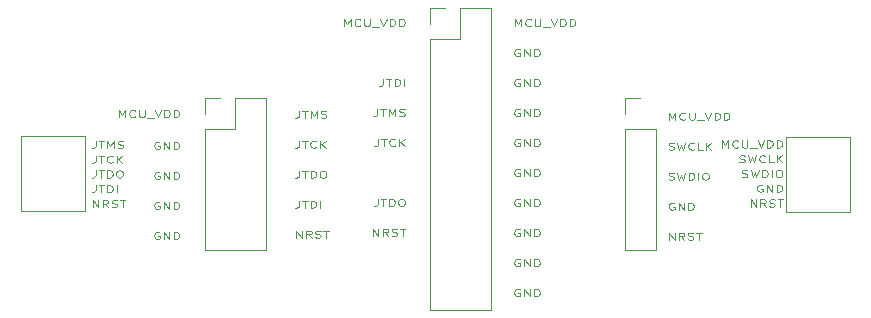
<source format=gbr>
%TF.GenerationSoftware,KiCad,Pcbnew,9.0.1*%
%TF.CreationDate,2025-04-12T19:48:42+08:00*%
%TF.ProjectId,stlink_ex,73746c69-6e6b-45f6-9578-2e6b69636164,rev?*%
%TF.SameCoordinates,Original*%
%TF.FileFunction,Legend,Top*%
%TF.FilePolarity,Positive*%
%FSLAX46Y46*%
G04 Gerber Fmt 4.6, Leading zero omitted, Abs format (unit mm)*
G04 Created by KiCad (PCBNEW 9.0.1) date 2025-04-12 19:48:42*
%MOMM*%
%LPD*%
G01*
G04 APERTURE LIST*
%ADD10C,0.100000*%
%ADD11C,0.120000*%
G04 APERTURE END LIST*
D10*
X154826265Y-110981371D02*
X154826265Y-110381371D01*
X154826265Y-110381371D02*
X155092931Y-110809942D01*
X155092931Y-110809942D02*
X155359598Y-110381371D01*
X155359598Y-110381371D02*
X155359598Y-110981371D01*
X156197694Y-110924228D02*
X156159598Y-110952800D01*
X156159598Y-110952800D02*
X156045313Y-110981371D01*
X156045313Y-110981371D02*
X155969122Y-110981371D01*
X155969122Y-110981371D02*
X155854836Y-110952800D01*
X155854836Y-110952800D02*
X155778646Y-110895657D01*
X155778646Y-110895657D02*
X155740551Y-110838514D01*
X155740551Y-110838514D02*
X155702455Y-110724228D01*
X155702455Y-110724228D02*
X155702455Y-110638514D01*
X155702455Y-110638514D02*
X155740551Y-110524228D01*
X155740551Y-110524228D02*
X155778646Y-110467085D01*
X155778646Y-110467085D02*
X155854836Y-110409942D01*
X155854836Y-110409942D02*
X155969122Y-110381371D01*
X155969122Y-110381371D02*
X156045313Y-110381371D01*
X156045313Y-110381371D02*
X156159598Y-110409942D01*
X156159598Y-110409942D02*
X156197694Y-110438514D01*
X156540551Y-110381371D02*
X156540551Y-110867085D01*
X156540551Y-110867085D02*
X156578646Y-110924228D01*
X156578646Y-110924228D02*
X156616741Y-110952800D01*
X156616741Y-110952800D02*
X156692932Y-110981371D01*
X156692932Y-110981371D02*
X156845313Y-110981371D01*
X156845313Y-110981371D02*
X156921503Y-110952800D01*
X156921503Y-110952800D02*
X156959598Y-110924228D01*
X156959598Y-110924228D02*
X156997694Y-110867085D01*
X156997694Y-110867085D02*
X156997694Y-110381371D01*
X157188170Y-111038514D02*
X157797693Y-111038514D01*
X157873884Y-110381371D02*
X158140551Y-110981371D01*
X158140551Y-110981371D02*
X158407217Y-110381371D01*
X158673884Y-110981371D02*
X158673884Y-110381371D01*
X158673884Y-110381371D02*
X158864360Y-110381371D01*
X158864360Y-110381371D02*
X158978646Y-110409942D01*
X158978646Y-110409942D02*
X159054836Y-110467085D01*
X159054836Y-110467085D02*
X159092931Y-110524228D01*
X159092931Y-110524228D02*
X159131027Y-110638514D01*
X159131027Y-110638514D02*
X159131027Y-110724228D01*
X159131027Y-110724228D02*
X159092931Y-110838514D01*
X159092931Y-110838514D02*
X159054836Y-110895657D01*
X159054836Y-110895657D02*
X158978646Y-110952800D01*
X158978646Y-110952800D02*
X158864360Y-110981371D01*
X158864360Y-110981371D02*
X158673884Y-110981371D01*
X159473884Y-110981371D02*
X159473884Y-110381371D01*
X159473884Y-110381371D02*
X159664360Y-110381371D01*
X159664360Y-110381371D02*
X159778646Y-110409942D01*
X159778646Y-110409942D02*
X159854836Y-110467085D01*
X159854836Y-110467085D02*
X159892931Y-110524228D01*
X159892931Y-110524228D02*
X159931027Y-110638514D01*
X159931027Y-110638514D02*
X159931027Y-110724228D01*
X159931027Y-110724228D02*
X159892931Y-110838514D01*
X159892931Y-110838514D02*
X159854836Y-110895657D01*
X159854836Y-110895657D02*
X159778646Y-110952800D01*
X159778646Y-110952800D02*
X159664360Y-110981371D01*
X159664360Y-110981371D02*
X159473884Y-110981371D01*
X127318170Y-103051371D02*
X127318170Y-102451371D01*
X127318170Y-102451371D02*
X127584836Y-102879942D01*
X127584836Y-102879942D02*
X127851503Y-102451371D01*
X127851503Y-102451371D02*
X127851503Y-103051371D01*
X128689599Y-102994228D02*
X128651503Y-103022800D01*
X128651503Y-103022800D02*
X128537218Y-103051371D01*
X128537218Y-103051371D02*
X128461027Y-103051371D01*
X128461027Y-103051371D02*
X128346741Y-103022800D01*
X128346741Y-103022800D02*
X128270551Y-102965657D01*
X128270551Y-102965657D02*
X128232456Y-102908514D01*
X128232456Y-102908514D02*
X128194360Y-102794228D01*
X128194360Y-102794228D02*
X128194360Y-102708514D01*
X128194360Y-102708514D02*
X128232456Y-102594228D01*
X128232456Y-102594228D02*
X128270551Y-102537085D01*
X128270551Y-102537085D02*
X128346741Y-102479942D01*
X128346741Y-102479942D02*
X128461027Y-102451371D01*
X128461027Y-102451371D02*
X128537218Y-102451371D01*
X128537218Y-102451371D02*
X128651503Y-102479942D01*
X128651503Y-102479942D02*
X128689599Y-102508514D01*
X129032456Y-102451371D02*
X129032456Y-102937085D01*
X129032456Y-102937085D02*
X129070551Y-102994228D01*
X129070551Y-102994228D02*
X129108646Y-103022800D01*
X129108646Y-103022800D02*
X129184837Y-103051371D01*
X129184837Y-103051371D02*
X129337218Y-103051371D01*
X129337218Y-103051371D02*
X129413408Y-103022800D01*
X129413408Y-103022800D02*
X129451503Y-102994228D01*
X129451503Y-102994228D02*
X129489599Y-102937085D01*
X129489599Y-102937085D02*
X129489599Y-102451371D01*
X129680075Y-103108514D02*
X130289598Y-103108514D01*
X130365789Y-102451371D02*
X130632456Y-103051371D01*
X130632456Y-103051371D02*
X130899122Y-102451371D01*
X131165789Y-103051371D02*
X131165789Y-102451371D01*
X131165789Y-102451371D02*
X131356265Y-102451371D01*
X131356265Y-102451371D02*
X131470551Y-102479942D01*
X131470551Y-102479942D02*
X131546741Y-102537085D01*
X131546741Y-102537085D02*
X131584836Y-102594228D01*
X131584836Y-102594228D02*
X131622932Y-102708514D01*
X131622932Y-102708514D02*
X131622932Y-102794228D01*
X131622932Y-102794228D02*
X131584836Y-102908514D01*
X131584836Y-102908514D02*
X131546741Y-102965657D01*
X131546741Y-102965657D02*
X131470551Y-103022800D01*
X131470551Y-103022800D02*
X131356265Y-103051371D01*
X131356265Y-103051371D02*
X131165789Y-103051371D01*
X131965789Y-103051371D02*
X131965789Y-102451371D01*
X131965789Y-102451371D02*
X132156265Y-102451371D01*
X132156265Y-102451371D02*
X132270551Y-102479942D01*
X132270551Y-102479942D02*
X132346741Y-102537085D01*
X132346741Y-102537085D02*
X132384836Y-102594228D01*
X132384836Y-102594228D02*
X132422932Y-102708514D01*
X132422932Y-102708514D02*
X132422932Y-102794228D01*
X132422932Y-102794228D02*
X132384836Y-102908514D01*
X132384836Y-102908514D02*
X132346741Y-102965657D01*
X132346741Y-102965657D02*
X132270551Y-103022800D01*
X132270551Y-103022800D02*
X132156265Y-103051371D01*
X132156265Y-103051371D02*
X131965789Y-103051371D01*
X142175312Y-115189942D02*
X142099122Y-115161371D01*
X142099122Y-115161371D02*
X141984836Y-115161371D01*
X141984836Y-115161371D02*
X141870550Y-115189942D01*
X141870550Y-115189942D02*
X141794360Y-115247085D01*
X141794360Y-115247085D02*
X141756265Y-115304228D01*
X141756265Y-115304228D02*
X141718169Y-115418514D01*
X141718169Y-115418514D02*
X141718169Y-115504228D01*
X141718169Y-115504228D02*
X141756265Y-115618514D01*
X141756265Y-115618514D02*
X141794360Y-115675657D01*
X141794360Y-115675657D02*
X141870550Y-115732800D01*
X141870550Y-115732800D02*
X141984836Y-115761371D01*
X141984836Y-115761371D02*
X142061027Y-115761371D01*
X142061027Y-115761371D02*
X142175312Y-115732800D01*
X142175312Y-115732800D02*
X142213408Y-115704228D01*
X142213408Y-115704228D02*
X142213408Y-115504228D01*
X142213408Y-115504228D02*
X142061027Y-115504228D01*
X142556265Y-115761371D02*
X142556265Y-115161371D01*
X142556265Y-115161371D02*
X143013408Y-115761371D01*
X143013408Y-115761371D02*
X143013408Y-115161371D01*
X143394360Y-115761371D02*
X143394360Y-115161371D01*
X143394360Y-115161371D02*
X143584836Y-115161371D01*
X143584836Y-115161371D02*
X143699122Y-115189942D01*
X143699122Y-115189942D02*
X143775312Y-115247085D01*
X143775312Y-115247085D02*
X143813407Y-115304228D01*
X143813407Y-115304228D02*
X143851503Y-115418514D01*
X143851503Y-115418514D02*
X143851503Y-115504228D01*
X143851503Y-115504228D02*
X143813407Y-115618514D01*
X143813407Y-115618514D02*
X143775312Y-115675657D01*
X143775312Y-115675657D02*
X143699122Y-115732800D01*
X143699122Y-115732800D02*
X143584836Y-115761371D01*
X143584836Y-115761371D02*
X143394360Y-115761371D01*
X130099121Y-110051371D02*
X130099121Y-110479942D01*
X130099121Y-110479942D02*
X130061026Y-110565657D01*
X130061026Y-110565657D02*
X129984835Y-110622800D01*
X129984835Y-110622800D02*
X129870550Y-110651371D01*
X129870550Y-110651371D02*
X129794359Y-110651371D01*
X130365788Y-110051371D02*
X130822931Y-110051371D01*
X130594359Y-110651371D02*
X130594359Y-110051371D01*
X131089598Y-110651371D02*
X131089598Y-110051371D01*
X131089598Y-110051371D02*
X131356264Y-110479942D01*
X131356264Y-110479942D02*
X131622931Y-110051371D01*
X131622931Y-110051371D02*
X131622931Y-110651371D01*
X131965788Y-110622800D02*
X132080074Y-110651371D01*
X132080074Y-110651371D02*
X132270550Y-110651371D01*
X132270550Y-110651371D02*
X132346741Y-110622800D01*
X132346741Y-110622800D02*
X132384836Y-110594228D01*
X132384836Y-110594228D02*
X132422931Y-110537085D01*
X132422931Y-110537085D02*
X132422931Y-110479942D01*
X132422931Y-110479942D02*
X132384836Y-110422800D01*
X132384836Y-110422800D02*
X132346741Y-110394228D01*
X132346741Y-110394228D02*
X132270550Y-110365657D01*
X132270550Y-110365657D02*
X132118169Y-110337085D01*
X132118169Y-110337085D02*
X132041979Y-110308514D01*
X132041979Y-110308514D02*
X132003884Y-110279942D01*
X132003884Y-110279942D02*
X131965788Y-110222800D01*
X131965788Y-110222800D02*
X131965788Y-110165657D01*
X131965788Y-110165657D02*
X132003884Y-110108514D01*
X132003884Y-110108514D02*
X132041979Y-110079942D01*
X132041979Y-110079942D02*
X132118169Y-110051371D01*
X132118169Y-110051371D02*
X132308646Y-110051371D01*
X132308646Y-110051371D02*
X132422931Y-110079942D01*
X142175312Y-112649942D02*
X142099122Y-112621371D01*
X142099122Y-112621371D02*
X141984836Y-112621371D01*
X141984836Y-112621371D02*
X141870550Y-112649942D01*
X141870550Y-112649942D02*
X141794360Y-112707085D01*
X141794360Y-112707085D02*
X141756265Y-112764228D01*
X141756265Y-112764228D02*
X141718169Y-112878514D01*
X141718169Y-112878514D02*
X141718169Y-112964228D01*
X141718169Y-112964228D02*
X141756265Y-113078514D01*
X141756265Y-113078514D02*
X141794360Y-113135657D01*
X141794360Y-113135657D02*
X141870550Y-113192800D01*
X141870550Y-113192800D02*
X141984836Y-113221371D01*
X141984836Y-113221371D02*
X142061027Y-113221371D01*
X142061027Y-113221371D02*
X142175312Y-113192800D01*
X142175312Y-113192800D02*
X142213408Y-113164228D01*
X142213408Y-113164228D02*
X142213408Y-112964228D01*
X142213408Y-112964228D02*
X142061027Y-112964228D01*
X142556265Y-113221371D02*
X142556265Y-112621371D01*
X142556265Y-112621371D02*
X143013408Y-113221371D01*
X143013408Y-113221371D02*
X143013408Y-112621371D01*
X143394360Y-113221371D02*
X143394360Y-112621371D01*
X143394360Y-112621371D02*
X143584836Y-112621371D01*
X143584836Y-112621371D02*
X143699122Y-112649942D01*
X143699122Y-112649942D02*
X143775312Y-112707085D01*
X143775312Y-112707085D02*
X143813407Y-112764228D01*
X143813407Y-112764228D02*
X143851503Y-112878514D01*
X143851503Y-112878514D02*
X143851503Y-112964228D01*
X143851503Y-112964228D02*
X143813407Y-113078514D01*
X143813407Y-113078514D02*
X143775312Y-113135657D01*
X143775312Y-113135657D02*
X143699122Y-113192800D01*
X143699122Y-113192800D02*
X143584836Y-113221371D01*
X143584836Y-113221371D02*
X143394360Y-113221371D01*
X154788169Y-116032800D02*
X154902455Y-116061371D01*
X154902455Y-116061371D02*
X155092931Y-116061371D01*
X155092931Y-116061371D02*
X155169122Y-116032800D01*
X155169122Y-116032800D02*
X155207217Y-116004228D01*
X155207217Y-116004228D02*
X155245312Y-115947085D01*
X155245312Y-115947085D02*
X155245312Y-115889942D01*
X155245312Y-115889942D02*
X155207217Y-115832800D01*
X155207217Y-115832800D02*
X155169122Y-115804228D01*
X155169122Y-115804228D02*
X155092931Y-115775657D01*
X155092931Y-115775657D02*
X154940550Y-115747085D01*
X154940550Y-115747085D02*
X154864360Y-115718514D01*
X154864360Y-115718514D02*
X154826265Y-115689942D01*
X154826265Y-115689942D02*
X154788169Y-115632800D01*
X154788169Y-115632800D02*
X154788169Y-115575657D01*
X154788169Y-115575657D02*
X154826265Y-115518514D01*
X154826265Y-115518514D02*
X154864360Y-115489942D01*
X154864360Y-115489942D02*
X154940550Y-115461371D01*
X154940550Y-115461371D02*
X155131027Y-115461371D01*
X155131027Y-115461371D02*
X155245312Y-115489942D01*
X155511979Y-115461371D02*
X155702455Y-116061371D01*
X155702455Y-116061371D02*
X155854836Y-115632800D01*
X155854836Y-115632800D02*
X156007217Y-116061371D01*
X156007217Y-116061371D02*
X156197694Y-115461371D01*
X156502456Y-116061371D02*
X156502456Y-115461371D01*
X156502456Y-115461371D02*
X156692932Y-115461371D01*
X156692932Y-115461371D02*
X156807218Y-115489942D01*
X156807218Y-115489942D02*
X156883408Y-115547085D01*
X156883408Y-115547085D02*
X156921503Y-115604228D01*
X156921503Y-115604228D02*
X156959599Y-115718514D01*
X156959599Y-115718514D02*
X156959599Y-115804228D01*
X156959599Y-115804228D02*
X156921503Y-115918514D01*
X156921503Y-115918514D02*
X156883408Y-115975657D01*
X156883408Y-115975657D02*
X156807218Y-116032800D01*
X156807218Y-116032800D02*
X156692932Y-116061371D01*
X156692932Y-116061371D02*
X156502456Y-116061371D01*
X157302456Y-116061371D02*
X157302456Y-115461371D01*
X157835789Y-115461371D02*
X157988170Y-115461371D01*
X157988170Y-115461371D02*
X158064360Y-115489942D01*
X158064360Y-115489942D02*
X158140551Y-115547085D01*
X158140551Y-115547085D02*
X158178646Y-115661371D01*
X158178646Y-115661371D02*
X158178646Y-115861371D01*
X158178646Y-115861371D02*
X158140551Y-115975657D01*
X158140551Y-115975657D02*
X158064360Y-116032800D01*
X158064360Y-116032800D02*
X157988170Y-116061371D01*
X157988170Y-116061371D02*
X157835789Y-116061371D01*
X157835789Y-116061371D02*
X157759598Y-116032800D01*
X157759598Y-116032800D02*
X157683408Y-115975657D01*
X157683408Y-115975657D02*
X157645312Y-115861371D01*
X157645312Y-115861371D02*
X157645312Y-115661371D01*
X157645312Y-115661371D02*
X157683408Y-115547085D01*
X157683408Y-115547085D02*
X157759598Y-115489942D01*
X157759598Y-115489942D02*
X157835789Y-115461371D01*
X111675312Y-117959942D02*
X111599122Y-117931371D01*
X111599122Y-117931371D02*
X111484836Y-117931371D01*
X111484836Y-117931371D02*
X111370550Y-117959942D01*
X111370550Y-117959942D02*
X111294360Y-118017085D01*
X111294360Y-118017085D02*
X111256265Y-118074228D01*
X111256265Y-118074228D02*
X111218169Y-118188514D01*
X111218169Y-118188514D02*
X111218169Y-118274228D01*
X111218169Y-118274228D02*
X111256265Y-118388514D01*
X111256265Y-118388514D02*
X111294360Y-118445657D01*
X111294360Y-118445657D02*
X111370550Y-118502800D01*
X111370550Y-118502800D02*
X111484836Y-118531371D01*
X111484836Y-118531371D02*
X111561027Y-118531371D01*
X111561027Y-118531371D02*
X111675312Y-118502800D01*
X111675312Y-118502800D02*
X111713408Y-118474228D01*
X111713408Y-118474228D02*
X111713408Y-118274228D01*
X111713408Y-118274228D02*
X111561027Y-118274228D01*
X112056265Y-118531371D02*
X112056265Y-117931371D01*
X112056265Y-117931371D02*
X112513408Y-118531371D01*
X112513408Y-118531371D02*
X112513408Y-117931371D01*
X112894360Y-118531371D02*
X112894360Y-117931371D01*
X112894360Y-117931371D02*
X113084836Y-117931371D01*
X113084836Y-117931371D02*
X113199122Y-117959942D01*
X113199122Y-117959942D02*
X113275312Y-118017085D01*
X113275312Y-118017085D02*
X113313407Y-118074228D01*
X113313407Y-118074228D02*
X113351503Y-118188514D01*
X113351503Y-118188514D02*
X113351503Y-118274228D01*
X113351503Y-118274228D02*
X113313407Y-118388514D01*
X113313407Y-118388514D02*
X113275312Y-118445657D01*
X113275312Y-118445657D02*
X113199122Y-118502800D01*
X113199122Y-118502800D02*
X113084836Y-118531371D01*
X113084836Y-118531371D02*
X112894360Y-118531371D01*
X154826265Y-121141371D02*
X154826265Y-120541371D01*
X154826265Y-120541371D02*
X155283408Y-121141371D01*
X155283408Y-121141371D02*
X155283408Y-120541371D01*
X156121503Y-121141371D02*
X155854836Y-120855657D01*
X155664360Y-121141371D02*
X155664360Y-120541371D01*
X155664360Y-120541371D02*
X155969122Y-120541371D01*
X155969122Y-120541371D02*
X156045312Y-120569942D01*
X156045312Y-120569942D02*
X156083407Y-120598514D01*
X156083407Y-120598514D02*
X156121503Y-120655657D01*
X156121503Y-120655657D02*
X156121503Y-120741371D01*
X156121503Y-120741371D02*
X156083407Y-120798514D01*
X156083407Y-120798514D02*
X156045312Y-120827085D01*
X156045312Y-120827085D02*
X155969122Y-120855657D01*
X155969122Y-120855657D02*
X155664360Y-120855657D01*
X156426264Y-121112800D02*
X156540550Y-121141371D01*
X156540550Y-121141371D02*
X156731026Y-121141371D01*
X156731026Y-121141371D02*
X156807217Y-121112800D01*
X156807217Y-121112800D02*
X156845312Y-121084228D01*
X156845312Y-121084228D02*
X156883407Y-121027085D01*
X156883407Y-121027085D02*
X156883407Y-120969942D01*
X156883407Y-120969942D02*
X156845312Y-120912800D01*
X156845312Y-120912800D02*
X156807217Y-120884228D01*
X156807217Y-120884228D02*
X156731026Y-120855657D01*
X156731026Y-120855657D02*
X156578645Y-120827085D01*
X156578645Y-120827085D02*
X156502455Y-120798514D01*
X156502455Y-120798514D02*
X156464360Y-120769942D01*
X156464360Y-120769942D02*
X156426264Y-120712800D01*
X156426264Y-120712800D02*
X156426264Y-120655657D01*
X156426264Y-120655657D02*
X156464360Y-120598514D01*
X156464360Y-120598514D02*
X156502455Y-120569942D01*
X156502455Y-120569942D02*
X156578645Y-120541371D01*
X156578645Y-120541371D02*
X156769122Y-120541371D01*
X156769122Y-120541371D02*
X156883407Y-120569942D01*
X157111979Y-120541371D02*
X157569122Y-120541371D01*
X157340550Y-121141371D02*
X157340550Y-120541371D01*
X129756265Y-120811371D02*
X129756265Y-120211371D01*
X129756265Y-120211371D02*
X130213408Y-120811371D01*
X130213408Y-120811371D02*
X130213408Y-120211371D01*
X131051503Y-120811371D02*
X130784836Y-120525657D01*
X130594360Y-120811371D02*
X130594360Y-120211371D01*
X130594360Y-120211371D02*
X130899122Y-120211371D01*
X130899122Y-120211371D02*
X130975312Y-120239942D01*
X130975312Y-120239942D02*
X131013407Y-120268514D01*
X131013407Y-120268514D02*
X131051503Y-120325657D01*
X131051503Y-120325657D02*
X131051503Y-120411371D01*
X131051503Y-120411371D02*
X131013407Y-120468514D01*
X131013407Y-120468514D02*
X130975312Y-120497085D01*
X130975312Y-120497085D02*
X130899122Y-120525657D01*
X130899122Y-120525657D02*
X130594360Y-120525657D01*
X131356264Y-120782800D02*
X131470550Y-120811371D01*
X131470550Y-120811371D02*
X131661026Y-120811371D01*
X131661026Y-120811371D02*
X131737217Y-120782800D01*
X131737217Y-120782800D02*
X131775312Y-120754228D01*
X131775312Y-120754228D02*
X131813407Y-120697085D01*
X131813407Y-120697085D02*
X131813407Y-120639942D01*
X131813407Y-120639942D02*
X131775312Y-120582800D01*
X131775312Y-120582800D02*
X131737217Y-120554228D01*
X131737217Y-120554228D02*
X131661026Y-120525657D01*
X131661026Y-120525657D02*
X131508645Y-120497085D01*
X131508645Y-120497085D02*
X131432455Y-120468514D01*
X131432455Y-120468514D02*
X131394360Y-120439942D01*
X131394360Y-120439942D02*
X131356264Y-120382800D01*
X131356264Y-120382800D02*
X131356264Y-120325657D01*
X131356264Y-120325657D02*
X131394360Y-120268514D01*
X131394360Y-120268514D02*
X131432455Y-120239942D01*
X131432455Y-120239942D02*
X131508645Y-120211371D01*
X131508645Y-120211371D02*
X131699122Y-120211371D01*
X131699122Y-120211371D02*
X131813407Y-120239942D01*
X132041979Y-120211371D02*
X132499122Y-120211371D01*
X132270550Y-120811371D02*
X132270550Y-120211371D01*
X162711027Y-116509942D02*
X162634837Y-116481371D01*
X162634837Y-116481371D02*
X162520551Y-116481371D01*
X162520551Y-116481371D02*
X162406265Y-116509942D01*
X162406265Y-116509942D02*
X162330075Y-116567085D01*
X162330075Y-116567085D02*
X162291980Y-116624228D01*
X162291980Y-116624228D02*
X162253884Y-116738514D01*
X162253884Y-116738514D02*
X162253884Y-116824228D01*
X162253884Y-116824228D02*
X162291980Y-116938514D01*
X162291980Y-116938514D02*
X162330075Y-116995657D01*
X162330075Y-116995657D02*
X162406265Y-117052800D01*
X162406265Y-117052800D02*
X162520551Y-117081371D01*
X162520551Y-117081371D02*
X162596742Y-117081371D01*
X162596742Y-117081371D02*
X162711027Y-117052800D01*
X162711027Y-117052800D02*
X162749123Y-117024228D01*
X162749123Y-117024228D02*
X162749123Y-116824228D01*
X162749123Y-116824228D02*
X162596742Y-116824228D01*
X163091980Y-117081371D02*
X163091980Y-116481371D01*
X163091980Y-116481371D02*
X163549123Y-117081371D01*
X163549123Y-117081371D02*
X163549123Y-116481371D01*
X163930075Y-117081371D02*
X163930075Y-116481371D01*
X163930075Y-116481371D02*
X164120551Y-116481371D01*
X164120551Y-116481371D02*
X164234837Y-116509942D01*
X164234837Y-116509942D02*
X164311027Y-116567085D01*
X164311027Y-116567085D02*
X164349122Y-116624228D01*
X164349122Y-116624228D02*
X164387218Y-116738514D01*
X164387218Y-116738514D02*
X164387218Y-116824228D01*
X164387218Y-116824228D02*
X164349122Y-116938514D01*
X164349122Y-116938514D02*
X164311027Y-116995657D01*
X164311027Y-116995657D02*
X164234837Y-117052800D01*
X164234837Y-117052800D02*
X164120551Y-117081371D01*
X164120551Y-117081371D02*
X163930075Y-117081371D01*
X159282456Y-113331371D02*
X159282456Y-112731371D01*
X159282456Y-112731371D02*
X159549122Y-113159942D01*
X159549122Y-113159942D02*
X159815789Y-112731371D01*
X159815789Y-112731371D02*
X159815789Y-113331371D01*
X160653885Y-113274228D02*
X160615789Y-113302800D01*
X160615789Y-113302800D02*
X160501504Y-113331371D01*
X160501504Y-113331371D02*
X160425313Y-113331371D01*
X160425313Y-113331371D02*
X160311027Y-113302800D01*
X160311027Y-113302800D02*
X160234837Y-113245657D01*
X160234837Y-113245657D02*
X160196742Y-113188514D01*
X160196742Y-113188514D02*
X160158646Y-113074228D01*
X160158646Y-113074228D02*
X160158646Y-112988514D01*
X160158646Y-112988514D02*
X160196742Y-112874228D01*
X160196742Y-112874228D02*
X160234837Y-112817085D01*
X160234837Y-112817085D02*
X160311027Y-112759942D01*
X160311027Y-112759942D02*
X160425313Y-112731371D01*
X160425313Y-112731371D02*
X160501504Y-112731371D01*
X160501504Y-112731371D02*
X160615789Y-112759942D01*
X160615789Y-112759942D02*
X160653885Y-112788514D01*
X160996742Y-112731371D02*
X160996742Y-113217085D01*
X160996742Y-113217085D02*
X161034837Y-113274228D01*
X161034837Y-113274228D02*
X161072932Y-113302800D01*
X161072932Y-113302800D02*
X161149123Y-113331371D01*
X161149123Y-113331371D02*
X161301504Y-113331371D01*
X161301504Y-113331371D02*
X161377694Y-113302800D01*
X161377694Y-113302800D02*
X161415789Y-113274228D01*
X161415789Y-113274228D02*
X161453885Y-113217085D01*
X161453885Y-113217085D02*
X161453885Y-112731371D01*
X161644361Y-113388514D02*
X162253884Y-113388514D01*
X162330075Y-112731371D02*
X162596742Y-113331371D01*
X162596742Y-113331371D02*
X162863408Y-112731371D01*
X163130075Y-113331371D02*
X163130075Y-112731371D01*
X163130075Y-112731371D02*
X163320551Y-112731371D01*
X163320551Y-112731371D02*
X163434837Y-112759942D01*
X163434837Y-112759942D02*
X163511027Y-112817085D01*
X163511027Y-112817085D02*
X163549122Y-112874228D01*
X163549122Y-112874228D02*
X163587218Y-112988514D01*
X163587218Y-112988514D02*
X163587218Y-113074228D01*
X163587218Y-113074228D02*
X163549122Y-113188514D01*
X163549122Y-113188514D02*
X163511027Y-113245657D01*
X163511027Y-113245657D02*
X163434837Y-113302800D01*
X163434837Y-113302800D02*
X163320551Y-113331371D01*
X163320551Y-113331371D02*
X163130075Y-113331371D01*
X163930075Y-113331371D02*
X163930075Y-112731371D01*
X163930075Y-112731371D02*
X164120551Y-112731371D01*
X164120551Y-112731371D02*
X164234837Y-112759942D01*
X164234837Y-112759942D02*
X164311027Y-112817085D01*
X164311027Y-112817085D02*
X164349122Y-112874228D01*
X164349122Y-112874228D02*
X164387218Y-112988514D01*
X164387218Y-112988514D02*
X164387218Y-113074228D01*
X164387218Y-113074228D02*
X164349122Y-113188514D01*
X164349122Y-113188514D02*
X164311027Y-113245657D01*
X164311027Y-113245657D02*
X164234837Y-113302800D01*
X164234837Y-113302800D02*
X164120551Y-113331371D01*
X164120551Y-113331371D02*
X163930075Y-113331371D01*
X106264836Y-112771371D02*
X106264836Y-113199942D01*
X106264836Y-113199942D02*
X106226741Y-113285657D01*
X106226741Y-113285657D02*
X106150550Y-113342800D01*
X106150550Y-113342800D02*
X106036265Y-113371371D01*
X106036265Y-113371371D02*
X105960074Y-113371371D01*
X106531503Y-112771371D02*
X106988646Y-112771371D01*
X106760074Y-113371371D02*
X106760074Y-112771371D01*
X107255313Y-113371371D02*
X107255313Y-112771371D01*
X107255313Y-112771371D02*
X107521979Y-113199942D01*
X107521979Y-113199942D02*
X107788646Y-112771371D01*
X107788646Y-112771371D02*
X107788646Y-113371371D01*
X108131503Y-113342800D02*
X108245789Y-113371371D01*
X108245789Y-113371371D02*
X108436265Y-113371371D01*
X108436265Y-113371371D02*
X108512456Y-113342800D01*
X108512456Y-113342800D02*
X108550551Y-113314228D01*
X108550551Y-113314228D02*
X108588646Y-113257085D01*
X108588646Y-113257085D02*
X108588646Y-113199942D01*
X108588646Y-113199942D02*
X108550551Y-113142800D01*
X108550551Y-113142800D02*
X108512456Y-113114228D01*
X108512456Y-113114228D02*
X108436265Y-113085657D01*
X108436265Y-113085657D02*
X108283884Y-113057085D01*
X108283884Y-113057085D02*
X108207694Y-113028514D01*
X108207694Y-113028514D02*
X108169599Y-112999942D01*
X108169599Y-112999942D02*
X108131503Y-112942800D01*
X108131503Y-112942800D02*
X108131503Y-112885657D01*
X108131503Y-112885657D02*
X108169599Y-112828514D01*
X108169599Y-112828514D02*
X108207694Y-112799942D01*
X108207694Y-112799942D02*
X108283884Y-112771371D01*
X108283884Y-112771371D02*
X108474361Y-112771371D01*
X108474361Y-112771371D02*
X108588646Y-112799942D01*
X111675312Y-112879942D02*
X111599122Y-112851371D01*
X111599122Y-112851371D02*
X111484836Y-112851371D01*
X111484836Y-112851371D02*
X111370550Y-112879942D01*
X111370550Y-112879942D02*
X111294360Y-112937085D01*
X111294360Y-112937085D02*
X111256265Y-112994228D01*
X111256265Y-112994228D02*
X111218169Y-113108514D01*
X111218169Y-113108514D02*
X111218169Y-113194228D01*
X111218169Y-113194228D02*
X111256265Y-113308514D01*
X111256265Y-113308514D02*
X111294360Y-113365657D01*
X111294360Y-113365657D02*
X111370550Y-113422800D01*
X111370550Y-113422800D02*
X111484836Y-113451371D01*
X111484836Y-113451371D02*
X111561027Y-113451371D01*
X111561027Y-113451371D02*
X111675312Y-113422800D01*
X111675312Y-113422800D02*
X111713408Y-113394228D01*
X111713408Y-113394228D02*
X111713408Y-113194228D01*
X111713408Y-113194228D02*
X111561027Y-113194228D01*
X112056265Y-113451371D02*
X112056265Y-112851371D01*
X112056265Y-112851371D02*
X112513408Y-113451371D01*
X112513408Y-113451371D02*
X112513408Y-112851371D01*
X112894360Y-113451371D02*
X112894360Y-112851371D01*
X112894360Y-112851371D02*
X113084836Y-112851371D01*
X113084836Y-112851371D02*
X113199122Y-112879942D01*
X113199122Y-112879942D02*
X113275312Y-112937085D01*
X113275312Y-112937085D02*
X113313407Y-112994228D01*
X113313407Y-112994228D02*
X113351503Y-113108514D01*
X113351503Y-113108514D02*
X113351503Y-113194228D01*
X113351503Y-113194228D02*
X113313407Y-113308514D01*
X113313407Y-113308514D02*
X113275312Y-113365657D01*
X113275312Y-113365657D02*
X113199122Y-113422800D01*
X113199122Y-113422800D02*
X113084836Y-113451371D01*
X113084836Y-113451371D02*
X112894360Y-113451371D01*
X130137217Y-117671371D02*
X130137217Y-118099942D01*
X130137217Y-118099942D02*
X130099122Y-118185657D01*
X130099122Y-118185657D02*
X130022931Y-118242800D01*
X130022931Y-118242800D02*
X129908646Y-118271371D01*
X129908646Y-118271371D02*
X129832455Y-118271371D01*
X130403884Y-117671371D02*
X130861027Y-117671371D01*
X130632455Y-118271371D02*
X130632455Y-117671371D01*
X131127694Y-118271371D02*
X131127694Y-117671371D01*
X131127694Y-117671371D02*
X131318170Y-117671371D01*
X131318170Y-117671371D02*
X131432456Y-117699942D01*
X131432456Y-117699942D02*
X131508646Y-117757085D01*
X131508646Y-117757085D02*
X131546741Y-117814228D01*
X131546741Y-117814228D02*
X131584837Y-117928514D01*
X131584837Y-117928514D02*
X131584837Y-118014228D01*
X131584837Y-118014228D02*
X131546741Y-118128514D01*
X131546741Y-118128514D02*
X131508646Y-118185657D01*
X131508646Y-118185657D02*
X131432456Y-118242800D01*
X131432456Y-118242800D02*
X131318170Y-118271371D01*
X131318170Y-118271371D02*
X131127694Y-118271371D01*
X132080075Y-117671371D02*
X132232456Y-117671371D01*
X132232456Y-117671371D02*
X132308646Y-117699942D01*
X132308646Y-117699942D02*
X132384837Y-117757085D01*
X132384837Y-117757085D02*
X132422932Y-117871371D01*
X132422932Y-117871371D02*
X132422932Y-118071371D01*
X132422932Y-118071371D02*
X132384837Y-118185657D01*
X132384837Y-118185657D02*
X132308646Y-118242800D01*
X132308646Y-118242800D02*
X132232456Y-118271371D01*
X132232456Y-118271371D02*
X132080075Y-118271371D01*
X132080075Y-118271371D02*
X132003884Y-118242800D01*
X132003884Y-118242800D02*
X131927694Y-118185657D01*
X131927694Y-118185657D02*
X131889598Y-118071371D01*
X131889598Y-118071371D02*
X131889598Y-117871371D01*
X131889598Y-117871371D02*
X131927694Y-117757085D01*
X131927694Y-117757085D02*
X132003884Y-117699942D01*
X132003884Y-117699942D02*
X132080075Y-117671371D01*
X106036265Y-118371371D02*
X106036265Y-117771371D01*
X106036265Y-117771371D02*
X106493408Y-118371371D01*
X106493408Y-118371371D02*
X106493408Y-117771371D01*
X107331503Y-118371371D02*
X107064836Y-118085657D01*
X106874360Y-118371371D02*
X106874360Y-117771371D01*
X106874360Y-117771371D02*
X107179122Y-117771371D01*
X107179122Y-117771371D02*
X107255312Y-117799942D01*
X107255312Y-117799942D02*
X107293407Y-117828514D01*
X107293407Y-117828514D02*
X107331503Y-117885657D01*
X107331503Y-117885657D02*
X107331503Y-117971371D01*
X107331503Y-117971371D02*
X107293407Y-118028514D01*
X107293407Y-118028514D02*
X107255312Y-118057085D01*
X107255312Y-118057085D02*
X107179122Y-118085657D01*
X107179122Y-118085657D02*
X106874360Y-118085657D01*
X107636264Y-118342800D02*
X107750550Y-118371371D01*
X107750550Y-118371371D02*
X107941026Y-118371371D01*
X107941026Y-118371371D02*
X108017217Y-118342800D01*
X108017217Y-118342800D02*
X108055312Y-118314228D01*
X108055312Y-118314228D02*
X108093407Y-118257085D01*
X108093407Y-118257085D02*
X108093407Y-118199942D01*
X108093407Y-118199942D02*
X108055312Y-118142800D01*
X108055312Y-118142800D02*
X108017217Y-118114228D01*
X108017217Y-118114228D02*
X107941026Y-118085657D01*
X107941026Y-118085657D02*
X107788645Y-118057085D01*
X107788645Y-118057085D02*
X107712455Y-118028514D01*
X107712455Y-118028514D02*
X107674360Y-117999942D01*
X107674360Y-117999942D02*
X107636264Y-117942800D01*
X107636264Y-117942800D02*
X107636264Y-117885657D01*
X107636264Y-117885657D02*
X107674360Y-117828514D01*
X107674360Y-117828514D02*
X107712455Y-117799942D01*
X107712455Y-117799942D02*
X107788645Y-117771371D01*
X107788645Y-117771371D02*
X107979122Y-117771371D01*
X107979122Y-117771371D02*
X108093407Y-117799942D01*
X108321979Y-117771371D02*
X108779122Y-117771371D01*
X108550550Y-118371371D02*
X108550550Y-117771371D01*
X111675312Y-120499942D02*
X111599122Y-120471371D01*
X111599122Y-120471371D02*
X111484836Y-120471371D01*
X111484836Y-120471371D02*
X111370550Y-120499942D01*
X111370550Y-120499942D02*
X111294360Y-120557085D01*
X111294360Y-120557085D02*
X111256265Y-120614228D01*
X111256265Y-120614228D02*
X111218169Y-120728514D01*
X111218169Y-120728514D02*
X111218169Y-120814228D01*
X111218169Y-120814228D02*
X111256265Y-120928514D01*
X111256265Y-120928514D02*
X111294360Y-120985657D01*
X111294360Y-120985657D02*
X111370550Y-121042800D01*
X111370550Y-121042800D02*
X111484836Y-121071371D01*
X111484836Y-121071371D02*
X111561027Y-121071371D01*
X111561027Y-121071371D02*
X111675312Y-121042800D01*
X111675312Y-121042800D02*
X111713408Y-121014228D01*
X111713408Y-121014228D02*
X111713408Y-120814228D01*
X111713408Y-120814228D02*
X111561027Y-120814228D01*
X112056265Y-121071371D02*
X112056265Y-120471371D01*
X112056265Y-120471371D02*
X112513408Y-121071371D01*
X112513408Y-121071371D02*
X112513408Y-120471371D01*
X112894360Y-121071371D02*
X112894360Y-120471371D01*
X112894360Y-120471371D02*
X113084836Y-120471371D01*
X113084836Y-120471371D02*
X113199122Y-120499942D01*
X113199122Y-120499942D02*
X113275312Y-120557085D01*
X113275312Y-120557085D02*
X113313407Y-120614228D01*
X113313407Y-120614228D02*
X113351503Y-120728514D01*
X113351503Y-120728514D02*
X113351503Y-120814228D01*
X113351503Y-120814228D02*
X113313407Y-120928514D01*
X113313407Y-120928514D02*
X113275312Y-120985657D01*
X113275312Y-120985657D02*
X113199122Y-121042800D01*
X113199122Y-121042800D02*
X113084836Y-121071371D01*
X113084836Y-121071371D02*
X112894360Y-121071371D01*
X123484836Y-112751371D02*
X123484836Y-113179942D01*
X123484836Y-113179942D02*
X123446741Y-113265657D01*
X123446741Y-113265657D02*
X123370550Y-113322800D01*
X123370550Y-113322800D02*
X123256265Y-113351371D01*
X123256265Y-113351371D02*
X123180074Y-113351371D01*
X123751503Y-112751371D02*
X124208646Y-112751371D01*
X123980074Y-113351371D02*
X123980074Y-112751371D01*
X124932456Y-113294228D02*
X124894360Y-113322800D01*
X124894360Y-113322800D02*
X124780075Y-113351371D01*
X124780075Y-113351371D02*
X124703884Y-113351371D01*
X124703884Y-113351371D02*
X124589598Y-113322800D01*
X124589598Y-113322800D02*
X124513408Y-113265657D01*
X124513408Y-113265657D02*
X124475313Y-113208514D01*
X124475313Y-113208514D02*
X124437217Y-113094228D01*
X124437217Y-113094228D02*
X124437217Y-113008514D01*
X124437217Y-113008514D02*
X124475313Y-112894228D01*
X124475313Y-112894228D02*
X124513408Y-112837085D01*
X124513408Y-112837085D02*
X124589598Y-112779942D01*
X124589598Y-112779942D02*
X124703884Y-112751371D01*
X124703884Y-112751371D02*
X124780075Y-112751371D01*
X124780075Y-112751371D02*
X124894360Y-112779942D01*
X124894360Y-112779942D02*
X124932456Y-112808514D01*
X125275313Y-113351371D02*
X125275313Y-112751371D01*
X125732456Y-113351371D02*
X125389598Y-113008514D01*
X125732456Y-112751371D02*
X125275313Y-113094228D01*
X123484836Y-115291371D02*
X123484836Y-115719942D01*
X123484836Y-115719942D02*
X123446741Y-115805657D01*
X123446741Y-115805657D02*
X123370550Y-115862800D01*
X123370550Y-115862800D02*
X123256265Y-115891371D01*
X123256265Y-115891371D02*
X123180074Y-115891371D01*
X123751503Y-115291371D02*
X124208646Y-115291371D01*
X123980074Y-115891371D02*
X123980074Y-115291371D01*
X124475313Y-115891371D02*
X124475313Y-115291371D01*
X124475313Y-115291371D02*
X124665789Y-115291371D01*
X124665789Y-115291371D02*
X124780075Y-115319942D01*
X124780075Y-115319942D02*
X124856265Y-115377085D01*
X124856265Y-115377085D02*
X124894360Y-115434228D01*
X124894360Y-115434228D02*
X124932456Y-115548514D01*
X124932456Y-115548514D02*
X124932456Y-115634228D01*
X124932456Y-115634228D02*
X124894360Y-115748514D01*
X124894360Y-115748514D02*
X124856265Y-115805657D01*
X124856265Y-115805657D02*
X124780075Y-115862800D01*
X124780075Y-115862800D02*
X124665789Y-115891371D01*
X124665789Y-115891371D02*
X124475313Y-115891371D01*
X125427694Y-115291371D02*
X125580075Y-115291371D01*
X125580075Y-115291371D02*
X125656265Y-115319942D01*
X125656265Y-115319942D02*
X125732456Y-115377085D01*
X125732456Y-115377085D02*
X125770551Y-115491371D01*
X125770551Y-115491371D02*
X125770551Y-115691371D01*
X125770551Y-115691371D02*
X125732456Y-115805657D01*
X125732456Y-115805657D02*
X125656265Y-115862800D01*
X125656265Y-115862800D02*
X125580075Y-115891371D01*
X125580075Y-115891371D02*
X125427694Y-115891371D01*
X125427694Y-115891371D02*
X125351503Y-115862800D01*
X125351503Y-115862800D02*
X125275313Y-115805657D01*
X125275313Y-115805657D02*
X125237217Y-115691371D01*
X125237217Y-115691371D02*
X125237217Y-115491371D01*
X125237217Y-115491371D02*
X125275313Y-115377085D01*
X125275313Y-115377085D02*
X125351503Y-115319942D01*
X125351503Y-115319942D02*
X125427694Y-115291371D01*
X142175312Y-110109942D02*
X142099122Y-110081371D01*
X142099122Y-110081371D02*
X141984836Y-110081371D01*
X141984836Y-110081371D02*
X141870550Y-110109942D01*
X141870550Y-110109942D02*
X141794360Y-110167085D01*
X141794360Y-110167085D02*
X141756265Y-110224228D01*
X141756265Y-110224228D02*
X141718169Y-110338514D01*
X141718169Y-110338514D02*
X141718169Y-110424228D01*
X141718169Y-110424228D02*
X141756265Y-110538514D01*
X141756265Y-110538514D02*
X141794360Y-110595657D01*
X141794360Y-110595657D02*
X141870550Y-110652800D01*
X141870550Y-110652800D02*
X141984836Y-110681371D01*
X141984836Y-110681371D02*
X142061027Y-110681371D01*
X142061027Y-110681371D02*
X142175312Y-110652800D01*
X142175312Y-110652800D02*
X142213408Y-110624228D01*
X142213408Y-110624228D02*
X142213408Y-110424228D01*
X142213408Y-110424228D02*
X142061027Y-110424228D01*
X142556265Y-110681371D02*
X142556265Y-110081371D01*
X142556265Y-110081371D02*
X143013408Y-110681371D01*
X143013408Y-110681371D02*
X143013408Y-110081371D01*
X143394360Y-110681371D02*
X143394360Y-110081371D01*
X143394360Y-110081371D02*
X143584836Y-110081371D01*
X143584836Y-110081371D02*
X143699122Y-110109942D01*
X143699122Y-110109942D02*
X143775312Y-110167085D01*
X143775312Y-110167085D02*
X143813407Y-110224228D01*
X143813407Y-110224228D02*
X143851503Y-110338514D01*
X143851503Y-110338514D02*
X143851503Y-110424228D01*
X143851503Y-110424228D02*
X143813407Y-110538514D01*
X143813407Y-110538514D02*
X143775312Y-110595657D01*
X143775312Y-110595657D02*
X143699122Y-110652800D01*
X143699122Y-110652800D02*
X143584836Y-110681371D01*
X143584836Y-110681371D02*
X143394360Y-110681371D01*
X160768169Y-114552800D02*
X160882455Y-114581371D01*
X160882455Y-114581371D02*
X161072931Y-114581371D01*
X161072931Y-114581371D02*
X161149122Y-114552800D01*
X161149122Y-114552800D02*
X161187217Y-114524228D01*
X161187217Y-114524228D02*
X161225312Y-114467085D01*
X161225312Y-114467085D02*
X161225312Y-114409942D01*
X161225312Y-114409942D02*
X161187217Y-114352800D01*
X161187217Y-114352800D02*
X161149122Y-114324228D01*
X161149122Y-114324228D02*
X161072931Y-114295657D01*
X161072931Y-114295657D02*
X160920550Y-114267085D01*
X160920550Y-114267085D02*
X160844360Y-114238514D01*
X160844360Y-114238514D02*
X160806265Y-114209942D01*
X160806265Y-114209942D02*
X160768169Y-114152800D01*
X160768169Y-114152800D02*
X160768169Y-114095657D01*
X160768169Y-114095657D02*
X160806265Y-114038514D01*
X160806265Y-114038514D02*
X160844360Y-114009942D01*
X160844360Y-114009942D02*
X160920550Y-113981371D01*
X160920550Y-113981371D02*
X161111027Y-113981371D01*
X161111027Y-113981371D02*
X161225312Y-114009942D01*
X161491979Y-113981371D02*
X161682455Y-114581371D01*
X161682455Y-114581371D02*
X161834836Y-114152800D01*
X161834836Y-114152800D02*
X161987217Y-114581371D01*
X161987217Y-114581371D02*
X162177694Y-113981371D01*
X162939599Y-114524228D02*
X162901503Y-114552800D01*
X162901503Y-114552800D02*
X162787218Y-114581371D01*
X162787218Y-114581371D02*
X162711027Y-114581371D01*
X162711027Y-114581371D02*
X162596741Y-114552800D01*
X162596741Y-114552800D02*
X162520551Y-114495657D01*
X162520551Y-114495657D02*
X162482456Y-114438514D01*
X162482456Y-114438514D02*
X162444360Y-114324228D01*
X162444360Y-114324228D02*
X162444360Y-114238514D01*
X162444360Y-114238514D02*
X162482456Y-114124228D01*
X162482456Y-114124228D02*
X162520551Y-114067085D01*
X162520551Y-114067085D02*
X162596741Y-114009942D01*
X162596741Y-114009942D02*
X162711027Y-113981371D01*
X162711027Y-113981371D02*
X162787218Y-113981371D01*
X162787218Y-113981371D02*
X162901503Y-114009942D01*
X162901503Y-114009942D02*
X162939599Y-114038514D01*
X163663408Y-114581371D02*
X163282456Y-114581371D01*
X163282456Y-114581371D02*
X163282456Y-113981371D01*
X163930075Y-114581371D02*
X163930075Y-113981371D01*
X164387218Y-114581371D02*
X164044360Y-114238514D01*
X164387218Y-113981371D02*
X163930075Y-114324228D01*
X106264836Y-116521371D02*
X106264836Y-116949942D01*
X106264836Y-116949942D02*
X106226741Y-117035657D01*
X106226741Y-117035657D02*
X106150550Y-117092800D01*
X106150550Y-117092800D02*
X106036265Y-117121371D01*
X106036265Y-117121371D02*
X105960074Y-117121371D01*
X106531503Y-116521371D02*
X106988646Y-116521371D01*
X106760074Y-117121371D02*
X106760074Y-116521371D01*
X107255313Y-117121371D02*
X107255313Y-116521371D01*
X107255313Y-116521371D02*
X107445789Y-116521371D01*
X107445789Y-116521371D02*
X107560075Y-116549942D01*
X107560075Y-116549942D02*
X107636265Y-116607085D01*
X107636265Y-116607085D02*
X107674360Y-116664228D01*
X107674360Y-116664228D02*
X107712456Y-116778514D01*
X107712456Y-116778514D02*
X107712456Y-116864228D01*
X107712456Y-116864228D02*
X107674360Y-116978514D01*
X107674360Y-116978514D02*
X107636265Y-117035657D01*
X107636265Y-117035657D02*
X107560075Y-117092800D01*
X107560075Y-117092800D02*
X107445789Y-117121371D01*
X107445789Y-117121371D02*
X107255313Y-117121371D01*
X108055313Y-117121371D02*
X108055313Y-116521371D01*
X142175312Y-107569942D02*
X142099122Y-107541371D01*
X142099122Y-107541371D02*
X141984836Y-107541371D01*
X141984836Y-107541371D02*
X141870550Y-107569942D01*
X141870550Y-107569942D02*
X141794360Y-107627085D01*
X141794360Y-107627085D02*
X141756265Y-107684228D01*
X141756265Y-107684228D02*
X141718169Y-107798514D01*
X141718169Y-107798514D02*
X141718169Y-107884228D01*
X141718169Y-107884228D02*
X141756265Y-107998514D01*
X141756265Y-107998514D02*
X141794360Y-108055657D01*
X141794360Y-108055657D02*
X141870550Y-108112800D01*
X141870550Y-108112800D02*
X141984836Y-108141371D01*
X141984836Y-108141371D02*
X142061027Y-108141371D01*
X142061027Y-108141371D02*
X142175312Y-108112800D01*
X142175312Y-108112800D02*
X142213408Y-108084228D01*
X142213408Y-108084228D02*
X142213408Y-107884228D01*
X142213408Y-107884228D02*
X142061027Y-107884228D01*
X142556265Y-108141371D02*
X142556265Y-107541371D01*
X142556265Y-107541371D02*
X143013408Y-108141371D01*
X143013408Y-108141371D02*
X143013408Y-107541371D01*
X143394360Y-108141371D02*
X143394360Y-107541371D01*
X143394360Y-107541371D02*
X143584836Y-107541371D01*
X143584836Y-107541371D02*
X143699122Y-107569942D01*
X143699122Y-107569942D02*
X143775312Y-107627085D01*
X143775312Y-107627085D02*
X143813407Y-107684228D01*
X143813407Y-107684228D02*
X143851503Y-107798514D01*
X143851503Y-107798514D02*
X143851503Y-107884228D01*
X143851503Y-107884228D02*
X143813407Y-107998514D01*
X143813407Y-107998514D02*
X143775312Y-108055657D01*
X143775312Y-108055657D02*
X143699122Y-108112800D01*
X143699122Y-108112800D02*
X143584836Y-108141371D01*
X143584836Y-108141371D02*
X143394360Y-108141371D01*
X160996741Y-115802800D02*
X161111027Y-115831371D01*
X161111027Y-115831371D02*
X161301503Y-115831371D01*
X161301503Y-115831371D02*
X161377694Y-115802800D01*
X161377694Y-115802800D02*
X161415789Y-115774228D01*
X161415789Y-115774228D02*
X161453884Y-115717085D01*
X161453884Y-115717085D02*
X161453884Y-115659942D01*
X161453884Y-115659942D02*
X161415789Y-115602800D01*
X161415789Y-115602800D02*
X161377694Y-115574228D01*
X161377694Y-115574228D02*
X161301503Y-115545657D01*
X161301503Y-115545657D02*
X161149122Y-115517085D01*
X161149122Y-115517085D02*
X161072932Y-115488514D01*
X161072932Y-115488514D02*
X161034837Y-115459942D01*
X161034837Y-115459942D02*
X160996741Y-115402800D01*
X160996741Y-115402800D02*
X160996741Y-115345657D01*
X160996741Y-115345657D02*
X161034837Y-115288514D01*
X161034837Y-115288514D02*
X161072932Y-115259942D01*
X161072932Y-115259942D02*
X161149122Y-115231371D01*
X161149122Y-115231371D02*
X161339599Y-115231371D01*
X161339599Y-115231371D02*
X161453884Y-115259942D01*
X161720551Y-115231371D02*
X161911027Y-115831371D01*
X161911027Y-115831371D02*
X162063408Y-115402800D01*
X162063408Y-115402800D02*
X162215789Y-115831371D01*
X162215789Y-115831371D02*
X162406266Y-115231371D01*
X162711028Y-115831371D02*
X162711028Y-115231371D01*
X162711028Y-115231371D02*
X162901504Y-115231371D01*
X162901504Y-115231371D02*
X163015790Y-115259942D01*
X163015790Y-115259942D02*
X163091980Y-115317085D01*
X163091980Y-115317085D02*
X163130075Y-115374228D01*
X163130075Y-115374228D02*
X163168171Y-115488514D01*
X163168171Y-115488514D02*
X163168171Y-115574228D01*
X163168171Y-115574228D02*
X163130075Y-115688514D01*
X163130075Y-115688514D02*
X163091980Y-115745657D01*
X163091980Y-115745657D02*
X163015790Y-115802800D01*
X163015790Y-115802800D02*
X162901504Y-115831371D01*
X162901504Y-115831371D02*
X162711028Y-115831371D01*
X163511028Y-115831371D02*
X163511028Y-115231371D01*
X164044361Y-115231371D02*
X164196742Y-115231371D01*
X164196742Y-115231371D02*
X164272932Y-115259942D01*
X164272932Y-115259942D02*
X164349123Y-115317085D01*
X164349123Y-115317085D02*
X164387218Y-115431371D01*
X164387218Y-115431371D02*
X164387218Y-115631371D01*
X164387218Y-115631371D02*
X164349123Y-115745657D01*
X164349123Y-115745657D02*
X164272932Y-115802800D01*
X164272932Y-115802800D02*
X164196742Y-115831371D01*
X164196742Y-115831371D02*
X164044361Y-115831371D01*
X164044361Y-115831371D02*
X163968170Y-115802800D01*
X163968170Y-115802800D02*
X163891980Y-115745657D01*
X163891980Y-115745657D02*
X163853884Y-115631371D01*
X163853884Y-115631371D02*
X163853884Y-115431371D01*
X163853884Y-115431371D02*
X163891980Y-115317085D01*
X163891980Y-115317085D02*
X163968170Y-115259942D01*
X163968170Y-115259942D02*
X164044361Y-115231371D01*
X142175312Y-105029942D02*
X142099122Y-105001371D01*
X142099122Y-105001371D02*
X141984836Y-105001371D01*
X141984836Y-105001371D02*
X141870550Y-105029942D01*
X141870550Y-105029942D02*
X141794360Y-105087085D01*
X141794360Y-105087085D02*
X141756265Y-105144228D01*
X141756265Y-105144228D02*
X141718169Y-105258514D01*
X141718169Y-105258514D02*
X141718169Y-105344228D01*
X141718169Y-105344228D02*
X141756265Y-105458514D01*
X141756265Y-105458514D02*
X141794360Y-105515657D01*
X141794360Y-105515657D02*
X141870550Y-105572800D01*
X141870550Y-105572800D02*
X141984836Y-105601371D01*
X141984836Y-105601371D02*
X142061027Y-105601371D01*
X142061027Y-105601371D02*
X142175312Y-105572800D01*
X142175312Y-105572800D02*
X142213408Y-105544228D01*
X142213408Y-105544228D02*
X142213408Y-105344228D01*
X142213408Y-105344228D02*
X142061027Y-105344228D01*
X142556265Y-105601371D02*
X142556265Y-105001371D01*
X142556265Y-105001371D02*
X143013408Y-105601371D01*
X143013408Y-105601371D02*
X143013408Y-105001371D01*
X143394360Y-105601371D02*
X143394360Y-105001371D01*
X143394360Y-105001371D02*
X143584836Y-105001371D01*
X143584836Y-105001371D02*
X143699122Y-105029942D01*
X143699122Y-105029942D02*
X143775312Y-105087085D01*
X143775312Y-105087085D02*
X143813407Y-105144228D01*
X143813407Y-105144228D02*
X143851503Y-105258514D01*
X143851503Y-105258514D02*
X143851503Y-105344228D01*
X143851503Y-105344228D02*
X143813407Y-105458514D01*
X143813407Y-105458514D02*
X143775312Y-105515657D01*
X143775312Y-105515657D02*
X143699122Y-105572800D01*
X143699122Y-105572800D02*
X143584836Y-105601371D01*
X143584836Y-105601371D02*
X143394360Y-105601371D01*
X155245312Y-118029942D02*
X155169122Y-118001371D01*
X155169122Y-118001371D02*
X155054836Y-118001371D01*
X155054836Y-118001371D02*
X154940550Y-118029942D01*
X154940550Y-118029942D02*
X154864360Y-118087085D01*
X154864360Y-118087085D02*
X154826265Y-118144228D01*
X154826265Y-118144228D02*
X154788169Y-118258514D01*
X154788169Y-118258514D02*
X154788169Y-118344228D01*
X154788169Y-118344228D02*
X154826265Y-118458514D01*
X154826265Y-118458514D02*
X154864360Y-118515657D01*
X154864360Y-118515657D02*
X154940550Y-118572800D01*
X154940550Y-118572800D02*
X155054836Y-118601371D01*
X155054836Y-118601371D02*
X155131027Y-118601371D01*
X155131027Y-118601371D02*
X155245312Y-118572800D01*
X155245312Y-118572800D02*
X155283408Y-118544228D01*
X155283408Y-118544228D02*
X155283408Y-118344228D01*
X155283408Y-118344228D02*
X155131027Y-118344228D01*
X155626265Y-118601371D02*
X155626265Y-118001371D01*
X155626265Y-118001371D02*
X156083408Y-118601371D01*
X156083408Y-118601371D02*
X156083408Y-118001371D01*
X156464360Y-118601371D02*
X156464360Y-118001371D01*
X156464360Y-118001371D02*
X156654836Y-118001371D01*
X156654836Y-118001371D02*
X156769122Y-118029942D01*
X156769122Y-118029942D02*
X156845312Y-118087085D01*
X156845312Y-118087085D02*
X156883407Y-118144228D01*
X156883407Y-118144228D02*
X156921503Y-118258514D01*
X156921503Y-118258514D02*
X156921503Y-118344228D01*
X156921503Y-118344228D02*
X156883407Y-118458514D01*
X156883407Y-118458514D02*
X156845312Y-118515657D01*
X156845312Y-118515657D02*
X156769122Y-118572800D01*
X156769122Y-118572800D02*
X156654836Y-118601371D01*
X156654836Y-118601371D02*
X156464360Y-118601371D01*
X130175312Y-112591371D02*
X130175312Y-113019942D01*
X130175312Y-113019942D02*
X130137217Y-113105657D01*
X130137217Y-113105657D02*
X130061026Y-113162800D01*
X130061026Y-113162800D02*
X129946741Y-113191371D01*
X129946741Y-113191371D02*
X129870550Y-113191371D01*
X130441979Y-112591371D02*
X130899122Y-112591371D01*
X130670550Y-113191371D02*
X130670550Y-112591371D01*
X131622932Y-113134228D02*
X131584836Y-113162800D01*
X131584836Y-113162800D02*
X131470551Y-113191371D01*
X131470551Y-113191371D02*
X131394360Y-113191371D01*
X131394360Y-113191371D02*
X131280074Y-113162800D01*
X131280074Y-113162800D02*
X131203884Y-113105657D01*
X131203884Y-113105657D02*
X131165789Y-113048514D01*
X131165789Y-113048514D02*
X131127693Y-112934228D01*
X131127693Y-112934228D02*
X131127693Y-112848514D01*
X131127693Y-112848514D02*
X131165789Y-112734228D01*
X131165789Y-112734228D02*
X131203884Y-112677085D01*
X131203884Y-112677085D02*
X131280074Y-112619942D01*
X131280074Y-112619942D02*
X131394360Y-112591371D01*
X131394360Y-112591371D02*
X131470551Y-112591371D01*
X131470551Y-112591371D02*
X131584836Y-112619942D01*
X131584836Y-112619942D02*
X131622932Y-112648514D01*
X131965789Y-113191371D02*
X131965789Y-112591371D01*
X132422932Y-113191371D02*
X132080074Y-112848514D01*
X132422932Y-112591371D02*
X131965789Y-112934228D01*
X123484836Y-117831371D02*
X123484836Y-118259942D01*
X123484836Y-118259942D02*
X123446741Y-118345657D01*
X123446741Y-118345657D02*
X123370550Y-118402800D01*
X123370550Y-118402800D02*
X123256265Y-118431371D01*
X123256265Y-118431371D02*
X123180074Y-118431371D01*
X123751503Y-117831371D02*
X124208646Y-117831371D01*
X123980074Y-118431371D02*
X123980074Y-117831371D01*
X124475313Y-118431371D02*
X124475313Y-117831371D01*
X124475313Y-117831371D02*
X124665789Y-117831371D01*
X124665789Y-117831371D02*
X124780075Y-117859942D01*
X124780075Y-117859942D02*
X124856265Y-117917085D01*
X124856265Y-117917085D02*
X124894360Y-117974228D01*
X124894360Y-117974228D02*
X124932456Y-118088514D01*
X124932456Y-118088514D02*
X124932456Y-118174228D01*
X124932456Y-118174228D02*
X124894360Y-118288514D01*
X124894360Y-118288514D02*
X124856265Y-118345657D01*
X124856265Y-118345657D02*
X124780075Y-118402800D01*
X124780075Y-118402800D02*
X124665789Y-118431371D01*
X124665789Y-118431371D02*
X124475313Y-118431371D01*
X125275313Y-118431371D02*
X125275313Y-117831371D01*
X142175312Y-125349942D02*
X142099122Y-125321371D01*
X142099122Y-125321371D02*
X141984836Y-125321371D01*
X141984836Y-125321371D02*
X141870550Y-125349942D01*
X141870550Y-125349942D02*
X141794360Y-125407085D01*
X141794360Y-125407085D02*
X141756265Y-125464228D01*
X141756265Y-125464228D02*
X141718169Y-125578514D01*
X141718169Y-125578514D02*
X141718169Y-125664228D01*
X141718169Y-125664228D02*
X141756265Y-125778514D01*
X141756265Y-125778514D02*
X141794360Y-125835657D01*
X141794360Y-125835657D02*
X141870550Y-125892800D01*
X141870550Y-125892800D02*
X141984836Y-125921371D01*
X141984836Y-125921371D02*
X142061027Y-125921371D01*
X142061027Y-125921371D02*
X142175312Y-125892800D01*
X142175312Y-125892800D02*
X142213408Y-125864228D01*
X142213408Y-125864228D02*
X142213408Y-125664228D01*
X142213408Y-125664228D02*
X142061027Y-125664228D01*
X142556265Y-125921371D02*
X142556265Y-125321371D01*
X142556265Y-125321371D02*
X143013408Y-125921371D01*
X143013408Y-125921371D02*
X143013408Y-125321371D01*
X143394360Y-125921371D02*
X143394360Y-125321371D01*
X143394360Y-125321371D02*
X143584836Y-125321371D01*
X143584836Y-125321371D02*
X143699122Y-125349942D01*
X143699122Y-125349942D02*
X143775312Y-125407085D01*
X143775312Y-125407085D02*
X143813407Y-125464228D01*
X143813407Y-125464228D02*
X143851503Y-125578514D01*
X143851503Y-125578514D02*
X143851503Y-125664228D01*
X143851503Y-125664228D02*
X143813407Y-125778514D01*
X143813407Y-125778514D02*
X143775312Y-125835657D01*
X143775312Y-125835657D02*
X143699122Y-125892800D01*
X143699122Y-125892800D02*
X143584836Y-125921371D01*
X143584836Y-125921371D02*
X143394360Y-125921371D01*
X106264836Y-115271371D02*
X106264836Y-115699942D01*
X106264836Y-115699942D02*
X106226741Y-115785657D01*
X106226741Y-115785657D02*
X106150550Y-115842800D01*
X106150550Y-115842800D02*
X106036265Y-115871371D01*
X106036265Y-115871371D02*
X105960074Y-115871371D01*
X106531503Y-115271371D02*
X106988646Y-115271371D01*
X106760074Y-115871371D02*
X106760074Y-115271371D01*
X107255313Y-115871371D02*
X107255313Y-115271371D01*
X107255313Y-115271371D02*
X107445789Y-115271371D01*
X107445789Y-115271371D02*
X107560075Y-115299942D01*
X107560075Y-115299942D02*
X107636265Y-115357085D01*
X107636265Y-115357085D02*
X107674360Y-115414228D01*
X107674360Y-115414228D02*
X107712456Y-115528514D01*
X107712456Y-115528514D02*
X107712456Y-115614228D01*
X107712456Y-115614228D02*
X107674360Y-115728514D01*
X107674360Y-115728514D02*
X107636265Y-115785657D01*
X107636265Y-115785657D02*
X107560075Y-115842800D01*
X107560075Y-115842800D02*
X107445789Y-115871371D01*
X107445789Y-115871371D02*
X107255313Y-115871371D01*
X108207694Y-115271371D02*
X108360075Y-115271371D01*
X108360075Y-115271371D02*
X108436265Y-115299942D01*
X108436265Y-115299942D02*
X108512456Y-115357085D01*
X108512456Y-115357085D02*
X108550551Y-115471371D01*
X108550551Y-115471371D02*
X108550551Y-115671371D01*
X108550551Y-115671371D02*
X108512456Y-115785657D01*
X108512456Y-115785657D02*
X108436265Y-115842800D01*
X108436265Y-115842800D02*
X108360075Y-115871371D01*
X108360075Y-115871371D02*
X108207694Y-115871371D01*
X108207694Y-115871371D02*
X108131503Y-115842800D01*
X108131503Y-115842800D02*
X108055313Y-115785657D01*
X108055313Y-115785657D02*
X108017217Y-115671371D01*
X108017217Y-115671371D02*
X108017217Y-115471371D01*
X108017217Y-115471371D02*
X108055313Y-115357085D01*
X108055313Y-115357085D02*
X108131503Y-115299942D01*
X108131503Y-115299942D02*
X108207694Y-115271371D01*
X130594360Y-107511371D02*
X130594360Y-107939942D01*
X130594360Y-107939942D02*
X130556265Y-108025657D01*
X130556265Y-108025657D02*
X130480074Y-108082800D01*
X130480074Y-108082800D02*
X130365789Y-108111371D01*
X130365789Y-108111371D02*
X130289598Y-108111371D01*
X130861027Y-107511371D02*
X131318170Y-107511371D01*
X131089598Y-108111371D02*
X131089598Y-107511371D01*
X131584837Y-108111371D02*
X131584837Y-107511371D01*
X131584837Y-107511371D02*
X131775313Y-107511371D01*
X131775313Y-107511371D02*
X131889599Y-107539942D01*
X131889599Y-107539942D02*
X131965789Y-107597085D01*
X131965789Y-107597085D02*
X132003884Y-107654228D01*
X132003884Y-107654228D02*
X132041980Y-107768514D01*
X132041980Y-107768514D02*
X132041980Y-107854228D01*
X132041980Y-107854228D02*
X132003884Y-107968514D01*
X132003884Y-107968514D02*
X131965789Y-108025657D01*
X131965789Y-108025657D02*
X131889599Y-108082800D01*
X131889599Y-108082800D02*
X131775313Y-108111371D01*
X131775313Y-108111371D02*
X131584837Y-108111371D01*
X132384837Y-108111371D02*
X132384837Y-107511371D01*
X111675312Y-115419942D02*
X111599122Y-115391371D01*
X111599122Y-115391371D02*
X111484836Y-115391371D01*
X111484836Y-115391371D02*
X111370550Y-115419942D01*
X111370550Y-115419942D02*
X111294360Y-115477085D01*
X111294360Y-115477085D02*
X111256265Y-115534228D01*
X111256265Y-115534228D02*
X111218169Y-115648514D01*
X111218169Y-115648514D02*
X111218169Y-115734228D01*
X111218169Y-115734228D02*
X111256265Y-115848514D01*
X111256265Y-115848514D02*
X111294360Y-115905657D01*
X111294360Y-115905657D02*
X111370550Y-115962800D01*
X111370550Y-115962800D02*
X111484836Y-115991371D01*
X111484836Y-115991371D02*
X111561027Y-115991371D01*
X111561027Y-115991371D02*
X111675312Y-115962800D01*
X111675312Y-115962800D02*
X111713408Y-115934228D01*
X111713408Y-115934228D02*
X111713408Y-115734228D01*
X111713408Y-115734228D02*
X111561027Y-115734228D01*
X112056265Y-115991371D02*
X112056265Y-115391371D01*
X112056265Y-115391371D02*
X112513408Y-115991371D01*
X112513408Y-115991371D02*
X112513408Y-115391371D01*
X112894360Y-115991371D02*
X112894360Y-115391371D01*
X112894360Y-115391371D02*
X113084836Y-115391371D01*
X113084836Y-115391371D02*
X113199122Y-115419942D01*
X113199122Y-115419942D02*
X113275312Y-115477085D01*
X113275312Y-115477085D02*
X113313407Y-115534228D01*
X113313407Y-115534228D02*
X113351503Y-115648514D01*
X113351503Y-115648514D02*
X113351503Y-115734228D01*
X113351503Y-115734228D02*
X113313407Y-115848514D01*
X113313407Y-115848514D02*
X113275312Y-115905657D01*
X113275312Y-115905657D02*
X113199122Y-115962800D01*
X113199122Y-115962800D02*
X113084836Y-115991371D01*
X113084836Y-115991371D02*
X112894360Y-115991371D01*
X123256265Y-120971371D02*
X123256265Y-120371371D01*
X123256265Y-120371371D02*
X123713408Y-120971371D01*
X123713408Y-120971371D02*
X123713408Y-120371371D01*
X124551503Y-120971371D02*
X124284836Y-120685657D01*
X124094360Y-120971371D02*
X124094360Y-120371371D01*
X124094360Y-120371371D02*
X124399122Y-120371371D01*
X124399122Y-120371371D02*
X124475312Y-120399942D01*
X124475312Y-120399942D02*
X124513407Y-120428514D01*
X124513407Y-120428514D02*
X124551503Y-120485657D01*
X124551503Y-120485657D02*
X124551503Y-120571371D01*
X124551503Y-120571371D02*
X124513407Y-120628514D01*
X124513407Y-120628514D02*
X124475312Y-120657085D01*
X124475312Y-120657085D02*
X124399122Y-120685657D01*
X124399122Y-120685657D02*
X124094360Y-120685657D01*
X124856264Y-120942800D02*
X124970550Y-120971371D01*
X124970550Y-120971371D02*
X125161026Y-120971371D01*
X125161026Y-120971371D02*
X125237217Y-120942800D01*
X125237217Y-120942800D02*
X125275312Y-120914228D01*
X125275312Y-120914228D02*
X125313407Y-120857085D01*
X125313407Y-120857085D02*
X125313407Y-120799942D01*
X125313407Y-120799942D02*
X125275312Y-120742800D01*
X125275312Y-120742800D02*
X125237217Y-120714228D01*
X125237217Y-120714228D02*
X125161026Y-120685657D01*
X125161026Y-120685657D02*
X125008645Y-120657085D01*
X125008645Y-120657085D02*
X124932455Y-120628514D01*
X124932455Y-120628514D02*
X124894360Y-120599942D01*
X124894360Y-120599942D02*
X124856264Y-120542800D01*
X124856264Y-120542800D02*
X124856264Y-120485657D01*
X124856264Y-120485657D02*
X124894360Y-120428514D01*
X124894360Y-120428514D02*
X124932455Y-120399942D01*
X124932455Y-120399942D02*
X125008645Y-120371371D01*
X125008645Y-120371371D02*
X125199122Y-120371371D01*
X125199122Y-120371371D02*
X125313407Y-120399942D01*
X125541979Y-120371371D02*
X125999122Y-120371371D01*
X125770550Y-120971371D02*
X125770550Y-120371371D01*
X141756265Y-103061371D02*
X141756265Y-102461371D01*
X141756265Y-102461371D02*
X142022931Y-102889942D01*
X142022931Y-102889942D02*
X142289598Y-102461371D01*
X142289598Y-102461371D02*
X142289598Y-103061371D01*
X143127694Y-103004228D02*
X143089598Y-103032800D01*
X143089598Y-103032800D02*
X142975313Y-103061371D01*
X142975313Y-103061371D02*
X142899122Y-103061371D01*
X142899122Y-103061371D02*
X142784836Y-103032800D01*
X142784836Y-103032800D02*
X142708646Y-102975657D01*
X142708646Y-102975657D02*
X142670551Y-102918514D01*
X142670551Y-102918514D02*
X142632455Y-102804228D01*
X142632455Y-102804228D02*
X142632455Y-102718514D01*
X142632455Y-102718514D02*
X142670551Y-102604228D01*
X142670551Y-102604228D02*
X142708646Y-102547085D01*
X142708646Y-102547085D02*
X142784836Y-102489942D01*
X142784836Y-102489942D02*
X142899122Y-102461371D01*
X142899122Y-102461371D02*
X142975313Y-102461371D01*
X142975313Y-102461371D02*
X143089598Y-102489942D01*
X143089598Y-102489942D02*
X143127694Y-102518514D01*
X143470551Y-102461371D02*
X143470551Y-102947085D01*
X143470551Y-102947085D02*
X143508646Y-103004228D01*
X143508646Y-103004228D02*
X143546741Y-103032800D01*
X143546741Y-103032800D02*
X143622932Y-103061371D01*
X143622932Y-103061371D02*
X143775313Y-103061371D01*
X143775313Y-103061371D02*
X143851503Y-103032800D01*
X143851503Y-103032800D02*
X143889598Y-103004228D01*
X143889598Y-103004228D02*
X143927694Y-102947085D01*
X143927694Y-102947085D02*
X143927694Y-102461371D01*
X144118170Y-103118514D02*
X144727693Y-103118514D01*
X144803884Y-102461371D02*
X145070551Y-103061371D01*
X145070551Y-103061371D02*
X145337217Y-102461371D01*
X145603884Y-103061371D02*
X145603884Y-102461371D01*
X145603884Y-102461371D02*
X145794360Y-102461371D01*
X145794360Y-102461371D02*
X145908646Y-102489942D01*
X145908646Y-102489942D02*
X145984836Y-102547085D01*
X145984836Y-102547085D02*
X146022931Y-102604228D01*
X146022931Y-102604228D02*
X146061027Y-102718514D01*
X146061027Y-102718514D02*
X146061027Y-102804228D01*
X146061027Y-102804228D02*
X146022931Y-102918514D01*
X146022931Y-102918514D02*
X145984836Y-102975657D01*
X145984836Y-102975657D02*
X145908646Y-103032800D01*
X145908646Y-103032800D02*
X145794360Y-103061371D01*
X145794360Y-103061371D02*
X145603884Y-103061371D01*
X146403884Y-103061371D02*
X146403884Y-102461371D01*
X146403884Y-102461371D02*
X146594360Y-102461371D01*
X146594360Y-102461371D02*
X146708646Y-102489942D01*
X146708646Y-102489942D02*
X146784836Y-102547085D01*
X146784836Y-102547085D02*
X146822931Y-102604228D01*
X146822931Y-102604228D02*
X146861027Y-102718514D01*
X146861027Y-102718514D02*
X146861027Y-102804228D01*
X146861027Y-102804228D02*
X146822931Y-102918514D01*
X146822931Y-102918514D02*
X146784836Y-102975657D01*
X146784836Y-102975657D02*
X146708646Y-103032800D01*
X146708646Y-103032800D02*
X146594360Y-103061371D01*
X146594360Y-103061371D02*
X146403884Y-103061371D01*
X123484836Y-110211371D02*
X123484836Y-110639942D01*
X123484836Y-110639942D02*
X123446741Y-110725657D01*
X123446741Y-110725657D02*
X123370550Y-110782800D01*
X123370550Y-110782800D02*
X123256265Y-110811371D01*
X123256265Y-110811371D02*
X123180074Y-110811371D01*
X123751503Y-110211371D02*
X124208646Y-110211371D01*
X123980074Y-110811371D02*
X123980074Y-110211371D01*
X124475313Y-110811371D02*
X124475313Y-110211371D01*
X124475313Y-110211371D02*
X124741979Y-110639942D01*
X124741979Y-110639942D02*
X125008646Y-110211371D01*
X125008646Y-110211371D02*
X125008646Y-110811371D01*
X125351503Y-110782800D02*
X125465789Y-110811371D01*
X125465789Y-110811371D02*
X125656265Y-110811371D01*
X125656265Y-110811371D02*
X125732456Y-110782800D01*
X125732456Y-110782800D02*
X125770551Y-110754228D01*
X125770551Y-110754228D02*
X125808646Y-110697085D01*
X125808646Y-110697085D02*
X125808646Y-110639942D01*
X125808646Y-110639942D02*
X125770551Y-110582800D01*
X125770551Y-110582800D02*
X125732456Y-110554228D01*
X125732456Y-110554228D02*
X125656265Y-110525657D01*
X125656265Y-110525657D02*
X125503884Y-110497085D01*
X125503884Y-110497085D02*
X125427694Y-110468514D01*
X125427694Y-110468514D02*
X125389599Y-110439942D01*
X125389599Y-110439942D02*
X125351503Y-110382800D01*
X125351503Y-110382800D02*
X125351503Y-110325657D01*
X125351503Y-110325657D02*
X125389599Y-110268514D01*
X125389599Y-110268514D02*
X125427694Y-110239942D01*
X125427694Y-110239942D02*
X125503884Y-110211371D01*
X125503884Y-110211371D02*
X125694361Y-110211371D01*
X125694361Y-110211371D02*
X125808646Y-110239942D01*
X161720551Y-118331371D02*
X161720551Y-117731371D01*
X161720551Y-117731371D02*
X162177694Y-118331371D01*
X162177694Y-118331371D02*
X162177694Y-117731371D01*
X163015789Y-118331371D02*
X162749122Y-118045657D01*
X162558646Y-118331371D02*
X162558646Y-117731371D01*
X162558646Y-117731371D02*
X162863408Y-117731371D01*
X162863408Y-117731371D02*
X162939598Y-117759942D01*
X162939598Y-117759942D02*
X162977693Y-117788514D01*
X162977693Y-117788514D02*
X163015789Y-117845657D01*
X163015789Y-117845657D02*
X163015789Y-117931371D01*
X163015789Y-117931371D02*
X162977693Y-117988514D01*
X162977693Y-117988514D02*
X162939598Y-118017085D01*
X162939598Y-118017085D02*
X162863408Y-118045657D01*
X162863408Y-118045657D02*
X162558646Y-118045657D01*
X163320550Y-118302800D02*
X163434836Y-118331371D01*
X163434836Y-118331371D02*
X163625312Y-118331371D01*
X163625312Y-118331371D02*
X163701503Y-118302800D01*
X163701503Y-118302800D02*
X163739598Y-118274228D01*
X163739598Y-118274228D02*
X163777693Y-118217085D01*
X163777693Y-118217085D02*
X163777693Y-118159942D01*
X163777693Y-118159942D02*
X163739598Y-118102800D01*
X163739598Y-118102800D02*
X163701503Y-118074228D01*
X163701503Y-118074228D02*
X163625312Y-118045657D01*
X163625312Y-118045657D02*
X163472931Y-118017085D01*
X163472931Y-118017085D02*
X163396741Y-117988514D01*
X163396741Y-117988514D02*
X163358646Y-117959942D01*
X163358646Y-117959942D02*
X163320550Y-117902800D01*
X163320550Y-117902800D02*
X163320550Y-117845657D01*
X163320550Y-117845657D02*
X163358646Y-117788514D01*
X163358646Y-117788514D02*
X163396741Y-117759942D01*
X163396741Y-117759942D02*
X163472931Y-117731371D01*
X163472931Y-117731371D02*
X163663408Y-117731371D01*
X163663408Y-117731371D02*
X163777693Y-117759942D01*
X164006265Y-117731371D02*
X164463408Y-117731371D01*
X164234836Y-118331371D02*
X164234836Y-117731371D01*
X106264836Y-114021371D02*
X106264836Y-114449942D01*
X106264836Y-114449942D02*
X106226741Y-114535657D01*
X106226741Y-114535657D02*
X106150550Y-114592800D01*
X106150550Y-114592800D02*
X106036265Y-114621371D01*
X106036265Y-114621371D02*
X105960074Y-114621371D01*
X106531503Y-114021371D02*
X106988646Y-114021371D01*
X106760074Y-114621371D02*
X106760074Y-114021371D01*
X107712456Y-114564228D02*
X107674360Y-114592800D01*
X107674360Y-114592800D02*
X107560075Y-114621371D01*
X107560075Y-114621371D02*
X107483884Y-114621371D01*
X107483884Y-114621371D02*
X107369598Y-114592800D01*
X107369598Y-114592800D02*
X107293408Y-114535657D01*
X107293408Y-114535657D02*
X107255313Y-114478514D01*
X107255313Y-114478514D02*
X107217217Y-114364228D01*
X107217217Y-114364228D02*
X107217217Y-114278514D01*
X107217217Y-114278514D02*
X107255313Y-114164228D01*
X107255313Y-114164228D02*
X107293408Y-114107085D01*
X107293408Y-114107085D02*
X107369598Y-114049942D01*
X107369598Y-114049942D02*
X107483884Y-114021371D01*
X107483884Y-114021371D02*
X107560075Y-114021371D01*
X107560075Y-114021371D02*
X107674360Y-114049942D01*
X107674360Y-114049942D02*
X107712456Y-114078514D01*
X108055313Y-114621371D02*
X108055313Y-114021371D01*
X108512456Y-114621371D02*
X108169598Y-114278514D01*
X108512456Y-114021371D02*
X108055313Y-114364228D01*
X154788169Y-113492800D02*
X154902455Y-113521371D01*
X154902455Y-113521371D02*
X155092931Y-113521371D01*
X155092931Y-113521371D02*
X155169122Y-113492800D01*
X155169122Y-113492800D02*
X155207217Y-113464228D01*
X155207217Y-113464228D02*
X155245312Y-113407085D01*
X155245312Y-113407085D02*
X155245312Y-113349942D01*
X155245312Y-113349942D02*
X155207217Y-113292800D01*
X155207217Y-113292800D02*
X155169122Y-113264228D01*
X155169122Y-113264228D02*
X155092931Y-113235657D01*
X155092931Y-113235657D02*
X154940550Y-113207085D01*
X154940550Y-113207085D02*
X154864360Y-113178514D01*
X154864360Y-113178514D02*
X154826265Y-113149942D01*
X154826265Y-113149942D02*
X154788169Y-113092800D01*
X154788169Y-113092800D02*
X154788169Y-113035657D01*
X154788169Y-113035657D02*
X154826265Y-112978514D01*
X154826265Y-112978514D02*
X154864360Y-112949942D01*
X154864360Y-112949942D02*
X154940550Y-112921371D01*
X154940550Y-112921371D02*
X155131027Y-112921371D01*
X155131027Y-112921371D02*
X155245312Y-112949942D01*
X155511979Y-112921371D02*
X155702455Y-113521371D01*
X155702455Y-113521371D02*
X155854836Y-113092800D01*
X155854836Y-113092800D02*
X156007217Y-113521371D01*
X156007217Y-113521371D02*
X156197694Y-112921371D01*
X156959599Y-113464228D02*
X156921503Y-113492800D01*
X156921503Y-113492800D02*
X156807218Y-113521371D01*
X156807218Y-113521371D02*
X156731027Y-113521371D01*
X156731027Y-113521371D02*
X156616741Y-113492800D01*
X156616741Y-113492800D02*
X156540551Y-113435657D01*
X156540551Y-113435657D02*
X156502456Y-113378514D01*
X156502456Y-113378514D02*
X156464360Y-113264228D01*
X156464360Y-113264228D02*
X156464360Y-113178514D01*
X156464360Y-113178514D02*
X156502456Y-113064228D01*
X156502456Y-113064228D02*
X156540551Y-113007085D01*
X156540551Y-113007085D02*
X156616741Y-112949942D01*
X156616741Y-112949942D02*
X156731027Y-112921371D01*
X156731027Y-112921371D02*
X156807218Y-112921371D01*
X156807218Y-112921371D02*
X156921503Y-112949942D01*
X156921503Y-112949942D02*
X156959599Y-112978514D01*
X157683408Y-113521371D02*
X157302456Y-113521371D01*
X157302456Y-113521371D02*
X157302456Y-112921371D01*
X157950075Y-113521371D02*
X157950075Y-112921371D01*
X158407218Y-113521371D02*
X158064360Y-113178514D01*
X158407218Y-112921371D02*
X157950075Y-113264228D01*
X142175312Y-122809942D02*
X142099122Y-122781371D01*
X142099122Y-122781371D02*
X141984836Y-122781371D01*
X141984836Y-122781371D02*
X141870550Y-122809942D01*
X141870550Y-122809942D02*
X141794360Y-122867085D01*
X141794360Y-122867085D02*
X141756265Y-122924228D01*
X141756265Y-122924228D02*
X141718169Y-123038514D01*
X141718169Y-123038514D02*
X141718169Y-123124228D01*
X141718169Y-123124228D02*
X141756265Y-123238514D01*
X141756265Y-123238514D02*
X141794360Y-123295657D01*
X141794360Y-123295657D02*
X141870550Y-123352800D01*
X141870550Y-123352800D02*
X141984836Y-123381371D01*
X141984836Y-123381371D02*
X142061027Y-123381371D01*
X142061027Y-123381371D02*
X142175312Y-123352800D01*
X142175312Y-123352800D02*
X142213408Y-123324228D01*
X142213408Y-123324228D02*
X142213408Y-123124228D01*
X142213408Y-123124228D02*
X142061027Y-123124228D01*
X142556265Y-123381371D02*
X142556265Y-122781371D01*
X142556265Y-122781371D02*
X143013408Y-123381371D01*
X143013408Y-123381371D02*
X143013408Y-122781371D01*
X143394360Y-123381371D02*
X143394360Y-122781371D01*
X143394360Y-122781371D02*
X143584836Y-122781371D01*
X143584836Y-122781371D02*
X143699122Y-122809942D01*
X143699122Y-122809942D02*
X143775312Y-122867085D01*
X143775312Y-122867085D02*
X143813407Y-122924228D01*
X143813407Y-122924228D02*
X143851503Y-123038514D01*
X143851503Y-123038514D02*
X143851503Y-123124228D01*
X143851503Y-123124228D02*
X143813407Y-123238514D01*
X143813407Y-123238514D02*
X143775312Y-123295657D01*
X143775312Y-123295657D02*
X143699122Y-123352800D01*
X143699122Y-123352800D02*
X143584836Y-123381371D01*
X143584836Y-123381371D02*
X143394360Y-123381371D01*
X108246741Y-110761371D02*
X108246741Y-110161371D01*
X108246741Y-110161371D02*
X108513407Y-110589942D01*
X108513407Y-110589942D02*
X108780074Y-110161371D01*
X108780074Y-110161371D02*
X108780074Y-110761371D01*
X109618170Y-110704228D02*
X109580074Y-110732800D01*
X109580074Y-110732800D02*
X109465789Y-110761371D01*
X109465789Y-110761371D02*
X109389598Y-110761371D01*
X109389598Y-110761371D02*
X109275312Y-110732800D01*
X109275312Y-110732800D02*
X109199122Y-110675657D01*
X109199122Y-110675657D02*
X109161027Y-110618514D01*
X109161027Y-110618514D02*
X109122931Y-110504228D01*
X109122931Y-110504228D02*
X109122931Y-110418514D01*
X109122931Y-110418514D02*
X109161027Y-110304228D01*
X109161027Y-110304228D02*
X109199122Y-110247085D01*
X109199122Y-110247085D02*
X109275312Y-110189942D01*
X109275312Y-110189942D02*
X109389598Y-110161371D01*
X109389598Y-110161371D02*
X109465789Y-110161371D01*
X109465789Y-110161371D02*
X109580074Y-110189942D01*
X109580074Y-110189942D02*
X109618170Y-110218514D01*
X109961027Y-110161371D02*
X109961027Y-110647085D01*
X109961027Y-110647085D02*
X109999122Y-110704228D01*
X109999122Y-110704228D02*
X110037217Y-110732800D01*
X110037217Y-110732800D02*
X110113408Y-110761371D01*
X110113408Y-110761371D02*
X110265789Y-110761371D01*
X110265789Y-110761371D02*
X110341979Y-110732800D01*
X110341979Y-110732800D02*
X110380074Y-110704228D01*
X110380074Y-110704228D02*
X110418170Y-110647085D01*
X110418170Y-110647085D02*
X110418170Y-110161371D01*
X110608646Y-110818514D02*
X111218169Y-110818514D01*
X111294360Y-110161371D02*
X111561027Y-110761371D01*
X111561027Y-110761371D02*
X111827693Y-110161371D01*
X112094360Y-110761371D02*
X112094360Y-110161371D01*
X112094360Y-110161371D02*
X112284836Y-110161371D01*
X112284836Y-110161371D02*
X112399122Y-110189942D01*
X112399122Y-110189942D02*
X112475312Y-110247085D01*
X112475312Y-110247085D02*
X112513407Y-110304228D01*
X112513407Y-110304228D02*
X112551503Y-110418514D01*
X112551503Y-110418514D02*
X112551503Y-110504228D01*
X112551503Y-110504228D02*
X112513407Y-110618514D01*
X112513407Y-110618514D02*
X112475312Y-110675657D01*
X112475312Y-110675657D02*
X112399122Y-110732800D01*
X112399122Y-110732800D02*
X112284836Y-110761371D01*
X112284836Y-110761371D02*
X112094360Y-110761371D01*
X112894360Y-110761371D02*
X112894360Y-110161371D01*
X112894360Y-110161371D02*
X113084836Y-110161371D01*
X113084836Y-110161371D02*
X113199122Y-110189942D01*
X113199122Y-110189942D02*
X113275312Y-110247085D01*
X113275312Y-110247085D02*
X113313407Y-110304228D01*
X113313407Y-110304228D02*
X113351503Y-110418514D01*
X113351503Y-110418514D02*
X113351503Y-110504228D01*
X113351503Y-110504228D02*
X113313407Y-110618514D01*
X113313407Y-110618514D02*
X113275312Y-110675657D01*
X113275312Y-110675657D02*
X113199122Y-110732800D01*
X113199122Y-110732800D02*
X113084836Y-110761371D01*
X113084836Y-110761371D02*
X112894360Y-110761371D01*
X142175312Y-117729942D02*
X142099122Y-117701371D01*
X142099122Y-117701371D02*
X141984836Y-117701371D01*
X141984836Y-117701371D02*
X141870550Y-117729942D01*
X141870550Y-117729942D02*
X141794360Y-117787085D01*
X141794360Y-117787085D02*
X141756265Y-117844228D01*
X141756265Y-117844228D02*
X141718169Y-117958514D01*
X141718169Y-117958514D02*
X141718169Y-118044228D01*
X141718169Y-118044228D02*
X141756265Y-118158514D01*
X141756265Y-118158514D02*
X141794360Y-118215657D01*
X141794360Y-118215657D02*
X141870550Y-118272800D01*
X141870550Y-118272800D02*
X141984836Y-118301371D01*
X141984836Y-118301371D02*
X142061027Y-118301371D01*
X142061027Y-118301371D02*
X142175312Y-118272800D01*
X142175312Y-118272800D02*
X142213408Y-118244228D01*
X142213408Y-118244228D02*
X142213408Y-118044228D01*
X142213408Y-118044228D02*
X142061027Y-118044228D01*
X142556265Y-118301371D02*
X142556265Y-117701371D01*
X142556265Y-117701371D02*
X143013408Y-118301371D01*
X143013408Y-118301371D02*
X143013408Y-117701371D01*
X143394360Y-118301371D02*
X143394360Y-117701371D01*
X143394360Y-117701371D02*
X143584836Y-117701371D01*
X143584836Y-117701371D02*
X143699122Y-117729942D01*
X143699122Y-117729942D02*
X143775312Y-117787085D01*
X143775312Y-117787085D02*
X143813407Y-117844228D01*
X143813407Y-117844228D02*
X143851503Y-117958514D01*
X143851503Y-117958514D02*
X143851503Y-118044228D01*
X143851503Y-118044228D02*
X143813407Y-118158514D01*
X143813407Y-118158514D02*
X143775312Y-118215657D01*
X143775312Y-118215657D02*
X143699122Y-118272800D01*
X143699122Y-118272800D02*
X143584836Y-118301371D01*
X143584836Y-118301371D02*
X143394360Y-118301371D01*
X142175312Y-120269942D02*
X142099122Y-120241371D01*
X142099122Y-120241371D02*
X141984836Y-120241371D01*
X141984836Y-120241371D02*
X141870550Y-120269942D01*
X141870550Y-120269942D02*
X141794360Y-120327085D01*
X141794360Y-120327085D02*
X141756265Y-120384228D01*
X141756265Y-120384228D02*
X141718169Y-120498514D01*
X141718169Y-120498514D02*
X141718169Y-120584228D01*
X141718169Y-120584228D02*
X141756265Y-120698514D01*
X141756265Y-120698514D02*
X141794360Y-120755657D01*
X141794360Y-120755657D02*
X141870550Y-120812800D01*
X141870550Y-120812800D02*
X141984836Y-120841371D01*
X141984836Y-120841371D02*
X142061027Y-120841371D01*
X142061027Y-120841371D02*
X142175312Y-120812800D01*
X142175312Y-120812800D02*
X142213408Y-120784228D01*
X142213408Y-120784228D02*
X142213408Y-120584228D01*
X142213408Y-120584228D02*
X142061027Y-120584228D01*
X142556265Y-120841371D02*
X142556265Y-120241371D01*
X142556265Y-120241371D02*
X143013408Y-120841371D01*
X143013408Y-120841371D02*
X143013408Y-120241371D01*
X143394360Y-120841371D02*
X143394360Y-120241371D01*
X143394360Y-120241371D02*
X143584836Y-120241371D01*
X143584836Y-120241371D02*
X143699122Y-120269942D01*
X143699122Y-120269942D02*
X143775312Y-120327085D01*
X143775312Y-120327085D02*
X143813407Y-120384228D01*
X143813407Y-120384228D02*
X143851503Y-120498514D01*
X143851503Y-120498514D02*
X143851503Y-120584228D01*
X143851503Y-120584228D02*
X143813407Y-120698514D01*
X143813407Y-120698514D02*
X143775312Y-120755657D01*
X143775312Y-120755657D02*
X143699122Y-120812800D01*
X143699122Y-120812800D02*
X143584836Y-120841371D01*
X143584836Y-120841371D02*
X143394360Y-120841371D01*
D11*
%TO.C,J15*%
X99990000Y-112395000D02*
X99990000Y-118745000D01*
X99990000Y-112395000D02*
X101450000Y-112395000D01*
X99990000Y-118745000D02*
X101450000Y-118745000D01*
X101450000Y-112395000D02*
X103810000Y-112395000D01*
X101450000Y-118745000D02*
X103810000Y-118745000D01*
X103810000Y-112395000D02*
X105350000Y-112395000D01*
X103810000Y-118745000D02*
X105350000Y-118745000D01*
X105350000Y-112395000D02*
X105350000Y-118745000D01*
%TO.C,J5*%
X134555000Y-101545000D02*
X135885000Y-101545000D01*
X134555000Y-102875000D02*
X134555000Y-101545000D01*
X134555000Y-104145000D02*
X134555000Y-127065000D01*
X134555000Y-104145000D02*
X137155000Y-104145000D01*
X134555000Y-127065000D02*
X139755000Y-127065000D01*
X137155000Y-101545000D02*
X139755000Y-101545000D01*
X137155000Y-104145000D02*
X137155000Y-101545000D01*
X139755000Y-101545000D02*
X139755000Y-127065000D01*
%TO.C,J10*%
X164760000Y-112400000D02*
X164760000Y-118750000D01*
X164760000Y-112400000D02*
X166220000Y-112400000D01*
X164760000Y-118750000D02*
X166220000Y-118750000D01*
X166220000Y-112400000D02*
X168580000Y-112400000D01*
X166220000Y-118750000D02*
X168580000Y-118750000D01*
X168580000Y-112400000D02*
X170120000Y-112400000D01*
X168580000Y-118750000D02*
X170120000Y-118750000D01*
X170120000Y-112400000D02*
X170120000Y-118750000D01*
%TO.C,J14*%
X115510000Y-109165000D02*
X116840000Y-109165000D01*
X115510000Y-110495000D02*
X115510000Y-109165000D01*
X115510000Y-111765000D02*
X115510000Y-121985000D01*
X115510000Y-111765000D02*
X118110000Y-111765000D01*
X115510000Y-121985000D02*
X120710000Y-121985000D01*
X118110000Y-109165000D02*
X120710000Y-109165000D01*
X118110000Y-111765000D02*
X118110000Y-109165000D01*
X120710000Y-109165000D02*
X120710000Y-121985000D01*
%TO.C,J11*%
X151070000Y-109165000D02*
X152400000Y-109165000D01*
X151070000Y-110495000D02*
X151070000Y-109165000D01*
X151070000Y-111765000D02*
X151070000Y-121985000D01*
X151070000Y-111765000D02*
X153730000Y-111765000D01*
X151070000Y-121985000D02*
X153730000Y-121985000D01*
X153730000Y-111765000D02*
X153730000Y-121985000D01*
%TD*%
M02*

</source>
